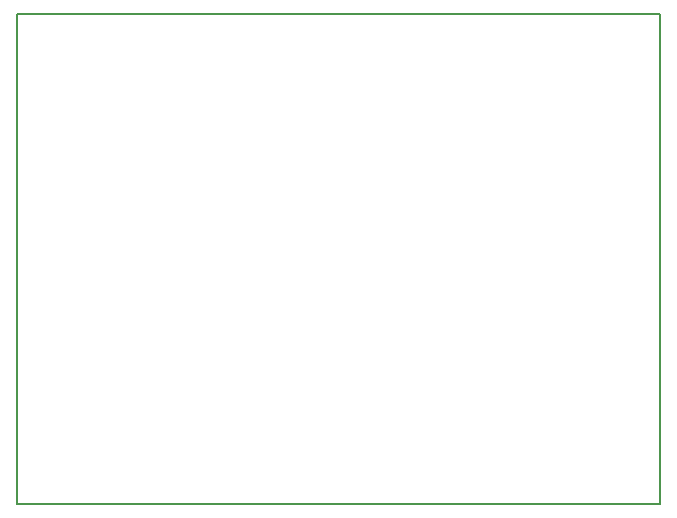
<source format=gbo>
G04 MADE WITH FRITZING*
G04 WWW.FRITZING.ORG*
G04 DOUBLE SIDED*
G04 HOLES PLATED*
G04 CONTOUR ON CENTER OF CONTOUR VECTOR*
%ASAXBY*%
%FSLAX23Y23*%
%MOIN*%
%OFA0B0*%
%SFA1.0B1.0*%
%ADD10R,2.151290X1.643550X2.135290X1.627550*%
%ADD11C,0.008000*%
%LNSILK0*%
G90*
G70*
G54D11*
X4Y1640D02*
X2147Y1640D01*
X2147Y4D01*
X4Y4D01*
X4Y1640D01*
D02*
G04 End of Silk0*
M02*
</source>
